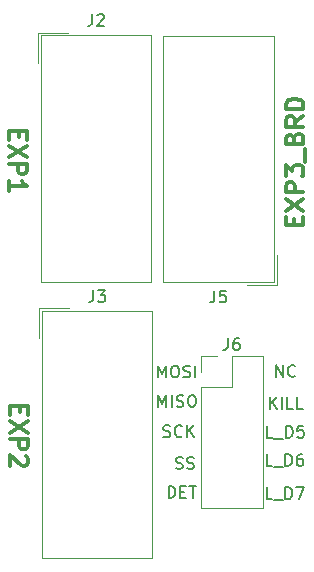
<source format=gto>
G04 #@! TF.GenerationSoftware,KiCad,Pcbnew,5.0.2-bee76a0~70~ubuntu18.04.1*
G04 #@! TF.CreationDate,2019-12-09T23:25:51+09:00*
G04 #@! TF.ProjectId,LCD_adapter,4c43445f-6164-4617-9074-65722e6b6963,rev?*
G04 #@! TF.SameCoordinates,Original*
G04 #@! TF.FileFunction,Legend,Top*
G04 #@! TF.FilePolarity,Positive*
%FSLAX46Y46*%
G04 Gerber Fmt 4.6, Leading zero omitted, Abs format (unit mm)*
G04 Created by KiCad (PCBNEW 5.0.2-bee76a0~70~ubuntu18.04.1) date Mon 09 Dec 2019 11:25:51 PM JST*
%MOMM*%
%LPD*%
G01*
G04 APERTURE LIST*
%ADD10C,0.300000*%
%ADD11C,0.200000*%
%ADD12C,0.120000*%
%ADD13C,0.150000*%
G04 APERTURE END LIST*
D10*
X84107142Y-114750000D02*
X84107142Y-115250000D01*
X83321428Y-115464285D02*
X83321428Y-114750000D01*
X84821428Y-114750000D01*
X84821428Y-115464285D01*
X84821428Y-115964285D02*
X83321428Y-116964285D01*
X84821428Y-116964285D02*
X83321428Y-115964285D01*
X83321428Y-117535714D02*
X84821428Y-117535714D01*
X84821428Y-118107142D01*
X84750000Y-118250000D01*
X84678571Y-118321428D01*
X84535714Y-118392857D01*
X84321428Y-118392857D01*
X84178571Y-118321428D01*
X84107142Y-118250000D01*
X84035714Y-118107142D01*
X84035714Y-117535714D01*
X84678571Y-118964285D02*
X84750000Y-119035714D01*
X84821428Y-119178571D01*
X84821428Y-119535714D01*
X84750000Y-119678571D01*
X84678571Y-119750000D01*
X84535714Y-119821428D01*
X84392857Y-119821428D01*
X84178571Y-119750000D01*
X83321428Y-118892857D01*
X83321428Y-119821428D01*
X84007142Y-91450000D02*
X84007142Y-91950000D01*
X83221428Y-92164285D02*
X83221428Y-91450000D01*
X84721428Y-91450000D01*
X84721428Y-92164285D01*
X84721428Y-92664285D02*
X83221428Y-93664285D01*
X84721428Y-93664285D02*
X83221428Y-92664285D01*
X83221428Y-94235714D02*
X84721428Y-94235714D01*
X84721428Y-94807142D01*
X84650000Y-94950000D01*
X84578571Y-95021428D01*
X84435714Y-95092857D01*
X84221428Y-95092857D01*
X84078571Y-95021428D01*
X84007142Y-94950000D01*
X83935714Y-94807142D01*
X83935714Y-94235714D01*
X83221428Y-96521428D02*
X83221428Y-95664285D01*
X83221428Y-96092857D02*
X84721428Y-96092857D01*
X84507142Y-95950000D01*
X84364285Y-95807142D01*
X84292857Y-95664285D01*
X107342857Y-99421428D02*
X107342857Y-98921428D01*
X108128571Y-98707142D02*
X108128571Y-99421428D01*
X106628571Y-99421428D01*
X106628571Y-98707142D01*
X106628571Y-98207142D02*
X108128571Y-97207142D01*
X106628571Y-97207142D02*
X108128571Y-98207142D01*
X108128571Y-96635714D02*
X106628571Y-96635714D01*
X106628571Y-96064285D01*
X106700000Y-95921428D01*
X106771428Y-95850000D01*
X106914285Y-95778571D01*
X107128571Y-95778571D01*
X107271428Y-95850000D01*
X107342857Y-95921428D01*
X107414285Y-96064285D01*
X107414285Y-96635714D01*
X106628571Y-95278571D02*
X106628571Y-94350000D01*
X107200000Y-94850000D01*
X107200000Y-94635714D01*
X107271428Y-94492857D01*
X107342857Y-94421428D01*
X107485714Y-94350000D01*
X107842857Y-94350000D01*
X107985714Y-94421428D01*
X108057142Y-94492857D01*
X108128571Y-94635714D01*
X108128571Y-95064285D01*
X108057142Y-95207142D01*
X107985714Y-95278571D01*
X108271428Y-94064285D02*
X108271428Y-92921428D01*
X107342857Y-92064285D02*
X107414285Y-91850000D01*
X107485714Y-91778571D01*
X107628571Y-91707142D01*
X107842857Y-91707142D01*
X107985714Y-91778571D01*
X108057142Y-91850000D01*
X108128571Y-91992857D01*
X108128571Y-92564285D01*
X106628571Y-92564285D01*
X106628571Y-92064285D01*
X106700000Y-91921428D01*
X106771428Y-91850000D01*
X106914285Y-91778571D01*
X107057142Y-91778571D01*
X107200000Y-91850000D01*
X107271428Y-91921428D01*
X107342857Y-92064285D01*
X107342857Y-92564285D01*
X108128571Y-90207142D02*
X107414285Y-90707142D01*
X108128571Y-91064285D02*
X106628571Y-91064285D01*
X106628571Y-90492857D01*
X106700000Y-90350000D01*
X106771428Y-90278571D01*
X106914285Y-90207142D01*
X107128571Y-90207142D01*
X107271428Y-90278571D01*
X107342857Y-90350000D01*
X107414285Y-90492857D01*
X107414285Y-91064285D01*
X108128571Y-89564285D02*
X106628571Y-89564285D01*
X106628571Y-89207142D01*
X106700000Y-88992857D01*
X106842857Y-88850000D01*
X106985714Y-88778571D01*
X107271428Y-88707142D01*
X107485714Y-88707142D01*
X107771428Y-88778571D01*
X107914285Y-88850000D01*
X108057142Y-88992857D01*
X108128571Y-89207142D01*
X108128571Y-89564285D01*
D11*
X105814285Y-112252380D02*
X105814285Y-111252380D01*
X106385714Y-112252380D01*
X106385714Y-111252380D01*
X107433333Y-112157142D02*
X107385714Y-112204761D01*
X107242857Y-112252380D01*
X107147619Y-112252380D01*
X107004761Y-112204761D01*
X106909523Y-112109523D01*
X106861904Y-112014285D01*
X106814285Y-111823809D01*
X106814285Y-111680952D01*
X106861904Y-111490476D01*
X106909523Y-111395238D01*
X107004761Y-111300000D01*
X107147619Y-111252380D01*
X107242857Y-111252380D01*
X107385714Y-111300000D01*
X107433333Y-111347619D01*
X95828571Y-112302380D02*
X95828571Y-111302380D01*
X96161904Y-112016666D01*
X96495238Y-111302380D01*
X96495238Y-112302380D01*
X97161904Y-111302380D02*
X97352380Y-111302380D01*
X97447619Y-111350000D01*
X97542857Y-111445238D01*
X97590476Y-111635714D01*
X97590476Y-111969047D01*
X97542857Y-112159523D01*
X97447619Y-112254761D01*
X97352380Y-112302380D01*
X97161904Y-112302380D01*
X97066666Y-112254761D01*
X96971428Y-112159523D01*
X96923809Y-111969047D01*
X96923809Y-111635714D01*
X96971428Y-111445238D01*
X97066666Y-111350000D01*
X97161904Y-111302380D01*
X97971428Y-112254761D02*
X98114285Y-112302380D01*
X98352380Y-112302380D01*
X98447619Y-112254761D01*
X98495238Y-112207142D01*
X98542857Y-112111904D01*
X98542857Y-112016666D01*
X98495238Y-111921428D01*
X98447619Y-111873809D01*
X98352380Y-111826190D01*
X98161904Y-111778571D01*
X98066666Y-111730952D01*
X98019047Y-111683333D01*
X97971428Y-111588095D01*
X97971428Y-111492857D01*
X98019047Y-111397619D01*
X98066666Y-111350000D01*
X98161904Y-111302380D01*
X98400000Y-111302380D01*
X98542857Y-111350000D01*
X98971428Y-112302380D02*
X98971428Y-111302380D01*
X96704761Y-122502380D02*
X96704761Y-121502380D01*
X96942857Y-121502380D01*
X97085714Y-121550000D01*
X97180952Y-121645238D01*
X97228571Y-121740476D01*
X97276190Y-121930952D01*
X97276190Y-122073809D01*
X97228571Y-122264285D01*
X97180952Y-122359523D01*
X97085714Y-122454761D01*
X96942857Y-122502380D01*
X96704761Y-122502380D01*
X97704761Y-121978571D02*
X98038095Y-121978571D01*
X98180952Y-122502380D02*
X97704761Y-122502380D01*
X97704761Y-121502380D01*
X98180952Y-121502380D01*
X98466666Y-121502380D02*
X99038095Y-121502380D01*
X98752380Y-122502380D02*
X98752380Y-121502380D01*
X97338095Y-120004761D02*
X97480952Y-120052380D01*
X97719047Y-120052380D01*
X97814285Y-120004761D01*
X97861904Y-119957142D01*
X97909523Y-119861904D01*
X97909523Y-119766666D01*
X97861904Y-119671428D01*
X97814285Y-119623809D01*
X97719047Y-119576190D01*
X97528571Y-119528571D01*
X97433333Y-119480952D01*
X97385714Y-119433333D01*
X97338095Y-119338095D01*
X97338095Y-119242857D01*
X97385714Y-119147619D01*
X97433333Y-119100000D01*
X97528571Y-119052380D01*
X97766666Y-119052380D01*
X97909523Y-119100000D01*
X98290476Y-120004761D02*
X98433333Y-120052380D01*
X98671428Y-120052380D01*
X98766666Y-120004761D01*
X98814285Y-119957142D01*
X98861904Y-119861904D01*
X98861904Y-119766666D01*
X98814285Y-119671428D01*
X98766666Y-119623809D01*
X98671428Y-119576190D01*
X98480952Y-119528571D01*
X98385714Y-119480952D01*
X98338095Y-119433333D01*
X98290476Y-119338095D01*
X98290476Y-119242857D01*
X98338095Y-119147619D01*
X98385714Y-119100000D01*
X98480952Y-119052380D01*
X98719047Y-119052380D01*
X98861904Y-119100000D01*
X96264285Y-117304761D02*
X96407142Y-117352380D01*
X96645238Y-117352380D01*
X96740476Y-117304761D01*
X96788095Y-117257142D01*
X96835714Y-117161904D01*
X96835714Y-117066666D01*
X96788095Y-116971428D01*
X96740476Y-116923809D01*
X96645238Y-116876190D01*
X96454761Y-116828571D01*
X96359523Y-116780952D01*
X96311904Y-116733333D01*
X96264285Y-116638095D01*
X96264285Y-116542857D01*
X96311904Y-116447619D01*
X96359523Y-116400000D01*
X96454761Y-116352380D01*
X96692857Y-116352380D01*
X96835714Y-116400000D01*
X97835714Y-117257142D02*
X97788095Y-117304761D01*
X97645238Y-117352380D01*
X97550000Y-117352380D01*
X97407142Y-117304761D01*
X97311904Y-117209523D01*
X97264285Y-117114285D01*
X97216666Y-116923809D01*
X97216666Y-116780952D01*
X97264285Y-116590476D01*
X97311904Y-116495238D01*
X97407142Y-116400000D01*
X97550000Y-116352380D01*
X97645238Y-116352380D01*
X97788095Y-116400000D01*
X97835714Y-116447619D01*
X98264285Y-117352380D02*
X98264285Y-116352380D01*
X98835714Y-117352380D02*
X98407142Y-116780952D01*
X98835714Y-116352380D02*
X98264285Y-116923809D01*
X95828571Y-114802380D02*
X95828571Y-113802380D01*
X96161904Y-114516666D01*
X96495238Y-113802380D01*
X96495238Y-114802380D01*
X96971428Y-114802380D02*
X96971428Y-113802380D01*
X97400000Y-114754761D02*
X97542857Y-114802380D01*
X97780952Y-114802380D01*
X97876190Y-114754761D01*
X97923809Y-114707142D01*
X97971428Y-114611904D01*
X97971428Y-114516666D01*
X97923809Y-114421428D01*
X97876190Y-114373809D01*
X97780952Y-114326190D01*
X97590476Y-114278571D01*
X97495238Y-114230952D01*
X97447619Y-114183333D01*
X97400000Y-114088095D01*
X97400000Y-113992857D01*
X97447619Y-113897619D01*
X97495238Y-113850000D01*
X97590476Y-113802380D01*
X97828571Y-113802380D01*
X97971428Y-113850000D01*
X98590476Y-113802380D02*
X98780952Y-113802380D01*
X98876190Y-113850000D01*
X98971428Y-113945238D01*
X99019047Y-114135714D01*
X99019047Y-114469047D01*
X98971428Y-114659523D01*
X98876190Y-114754761D01*
X98780952Y-114802380D01*
X98590476Y-114802380D01*
X98495238Y-114754761D01*
X98400000Y-114659523D01*
X98352380Y-114469047D01*
X98352380Y-114135714D01*
X98400000Y-113945238D01*
X98495238Y-113850000D01*
X98590476Y-113802380D01*
X105290476Y-114952380D02*
X105290476Y-113952380D01*
X105861904Y-114952380D02*
X105433333Y-114380952D01*
X105861904Y-113952380D02*
X105290476Y-114523809D01*
X106290476Y-114952380D02*
X106290476Y-113952380D01*
X107242857Y-114952380D02*
X106766666Y-114952380D01*
X106766666Y-113952380D01*
X108052380Y-114952380D02*
X107576190Y-114952380D01*
X107576190Y-113952380D01*
X105502380Y-122602380D02*
X105026190Y-122602380D01*
X105026190Y-121602380D01*
X105597619Y-122697619D02*
X106359523Y-122697619D01*
X106597619Y-122602380D02*
X106597619Y-121602380D01*
X106835714Y-121602380D01*
X106978571Y-121650000D01*
X107073809Y-121745238D01*
X107121428Y-121840476D01*
X107169047Y-122030952D01*
X107169047Y-122173809D01*
X107121428Y-122364285D01*
X107073809Y-122459523D01*
X106978571Y-122554761D01*
X106835714Y-122602380D01*
X106597619Y-122602380D01*
X107502380Y-121602380D02*
X108169047Y-121602380D01*
X107740476Y-122602380D01*
X105502380Y-119802380D02*
X105026190Y-119802380D01*
X105026190Y-118802380D01*
X105597619Y-119897619D02*
X106359523Y-119897619D01*
X106597619Y-119802380D02*
X106597619Y-118802380D01*
X106835714Y-118802380D01*
X106978571Y-118850000D01*
X107073809Y-118945238D01*
X107121428Y-119040476D01*
X107169047Y-119230952D01*
X107169047Y-119373809D01*
X107121428Y-119564285D01*
X107073809Y-119659523D01*
X106978571Y-119754761D01*
X106835714Y-119802380D01*
X106597619Y-119802380D01*
X108026190Y-118802380D02*
X107835714Y-118802380D01*
X107740476Y-118850000D01*
X107692857Y-118897619D01*
X107597619Y-119040476D01*
X107550000Y-119230952D01*
X107550000Y-119611904D01*
X107597619Y-119707142D01*
X107645238Y-119754761D01*
X107740476Y-119802380D01*
X107930952Y-119802380D01*
X108026190Y-119754761D01*
X108073809Y-119707142D01*
X108121428Y-119611904D01*
X108121428Y-119373809D01*
X108073809Y-119278571D01*
X108026190Y-119230952D01*
X107930952Y-119183333D01*
X107740476Y-119183333D01*
X107645238Y-119230952D01*
X107597619Y-119278571D01*
X107550000Y-119373809D01*
X105552380Y-117402380D02*
X105076190Y-117402380D01*
X105076190Y-116402380D01*
X105647619Y-117497619D02*
X106409523Y-117497619D01*
X106647619Y-117402380D02*
X106647619Y-116402380D01*
X106885714Y-116402380D01*
X107028571Y-116450000D01*
X107123809Y-116545238D01*
X107171428Y-116640476D01*
X107219047Y-116830952D01*
X107219047Y-116973809D01*
X107171428Y-117164285D01*
X107123809Y-117259523D01*
X107028571Y-117354761D01*
X106885714Y-117402380D01*
X106647619Y-117402380D01*
X108123809Y-116402380D02*
X107647619Y-116402380D01*
X107600000Y-116878571D01*
X107647619Y-116830952D01*
X107742857Y-116783333D01*
X107980952Y-116783333D01*
X108076190Y-116830952D01*
X108123809Y-116878571D01*
X108171428Y-116973809D01*
X108171428Y-117211904D01*
X108123809Y-117307142D01*
X108076190Y-117354761D01*
X107980952Y-117402380D01*
X107742857Y-117402380D01*
X107647619Y-117354761D01*
X107600000Y-117307142D01*
D12*
G04 #@! TO.C,J2*
X95245000Y-83350000D02*
X95245000Y-104210000D01*
X95245000Y-104210000D02*
X85895000Y-104210000D01*
X85895000Y-104210000D02*
X85895000Y-83350000D01*
X85895000Y-83350000D02*
X95245000Y-83350000D01*
X85645000Y-83100000D02*
X85645000Y-85640000D01*
X85645000Y-83100000D02*
X88185000Y-83100000D01*
G04 #@! TO.C,J3*
X85745000Y-106450000D02*
X88285000Y-106450000D01*
X85745000Y-106450000D02*
X85745000Y-108990000D01*
X85995000Y-106700000D02*
X95345000Y-106700000D01*
X85995000Y-127560000D02*
X85995000Y-106700000D01*
X95345000Y-127560000D02*
X85995000Y-127560000D01*
X95345000Y-106700000D02*
X95345000Y-127560000D01*
G04 #@! TO.C,J5*
X96255000Y-104250000D02*
X96255000Y-83390000D01*
X96255000Y-83390000D02*
X105605000Y-83390000D01*
X105605000Y-83390000D02*
X105605000Y-104250000D01*
X105605000Y-104250000D02*
X96255000Y-104250000D01*
X105855000Y-104500000D02*
X105855000Y-101960000D01*
X105855000Y-104500000D02*
X103315000Y-104500000D01*
G04 #@! TO.C,J6*
X99470000Y-123340000D02*
X104670000Y-123340000D01*
X99470000Y-113120000D02*
X99470000Y-123340000D01*
X104670000Y-110520000D02*
X104670000Y-123340000D01*
X99470000Y-113120000D02*
X102070000Y-113120000D01*
X102070000Y-113120000D02*
X102070000Y-110520000D01*
X102070000Y-110520000D02*
X104670000Y-110520000D01*
X99470000Y-111850000D02*
X99470000Y-110520000D01*
X99470000Y-110520000D02*
X100800000Y-110520000D01*
G04 #@! TO.C,J2*
D13*
X90236666Y-81548380D02*
X90236666Y-82262666D01*
X90189047Y-82405523D01*
X90093809Y-82500761D01*
X89950952Y-82548380D01*
X89855714Y-82548380D01*
X90665238Y-81643619D02*
X90712857Y-81596000D01*
X90808095Y-81548380D01*
X91046190Y-81548380D01*
X91141428Y-81596000D01*
X91189047Y-81643619D01*
X91236666Y-81738857D01*
X91236666Y-81834095D01*
X91189047Y-81976952D01*
X90617619Y-82548380D01*
X91236666Y-82548380D01*
G04 #@! TO.C,J3*
X90336666Y-104898380D02*
X90336666Y-105612666D01*
X90289047Y-105755523D01*
X90193809Y-105850761D01*
X90050952Y-105898380D01*
X89955714Y-105898380D01*
X90717619Y-104898380D02*
X91336666Y-104898380D01*
X91003333Y-105279333D01*
X91146190Y-105279333D01*
X91241428Y-105326952D01*
X91289047Y-105374571D01*
X91336666Y-105469809D01*
X91336666Y-105707904D01*
X91289047Y-105803142D01*
X91241428Y-105850761D01*
X91146190Y-105898380D01*
X90860476Y-105898380D01*
X90765238Y-105850761D01*
X90717619Y-105803142D01*
G04 #@! TO.C,J5*
X100596666Y-104956380D02*
X100596666Y-105670666D01*
X100549047Y-105813523D01*
X100453809Y-105908761D01*
X100310952Y-105956380D01*
X100215714Y-105956380D01*
X101549047Y-104956380D02*
X101072857Y-104956380D01*
X101025238Y-105432571D01*
X101072857Y-105384952D01*
X101168095Y-105337333D01*
X101406190Y-105337333D01*
X101501428Y-105384952D01*
X101549047Y-105432571D01*
X101596666Y-105527809D01*
X101596666Y-105765904D01*
X101549047Y-105861142D01*
X101501428Y-105908761D01*
X101406190Y-105956380D01*
X101168095Y-105956380D01*
X101072857Y-105908761D01*
X101025238Y-105861142D01*
G04 #@! TO.C,J6*
X101736666Y-108972380D02*
X101736666Y-109686666D01*
X101689047Y-109829523D01*
X101593809Y-109924761D01*
X101450952Y-109972380D01*
X101355714Y-109972380D01*
X102641428Y-108972380D02*
X102450952Y-108972380D01*
X102355714Y-109020000D01*
X102308095Y-109067619D01*
X102212857Y-109210476D01*
X102165238Y-109400952D01*
X102165238Y-109781904D01*
X102212857Y-109877142D01*
X102260476Y-109924761D01*
X102355714Y-109972380D01*
X102546190Y-109972380D01*
X102641428Y-109924761D01*
X102689047Y-109877142D01*
X102736666Y-109781904D01*
X102736666Y-109543809D01*
X102689047Y-109448571D01*
X102641428Y-109400952D01*
X102546190Y-109353333D01*
X102355714Y-109353333D01*
X102260476Y-109400952D01*
X102212857Y-109448571D01*
X102165238Y-109543809D01*
G04 #@! TD*
M02*

</source>
